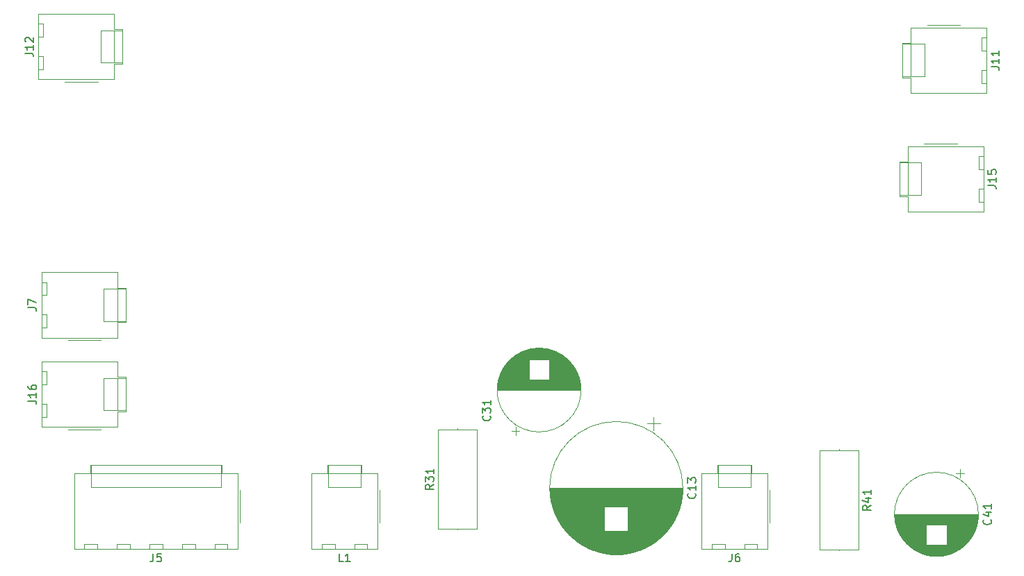
<source format=gbr>
%TF.GenerationSoftware,KiCad,Pcbnew,(5.1.6)-1*%
%TF.CreationDate,2020-10-25T20:05:07+00:00*%
%TF.ProjectId,QuadNew1 - Copy (2),51756164-4e65-4773-9120-2d20436f7079,rev?*%
%TF.SameCoordinates,Original*%
%TF.FileFunction,Legend,Top*%
%TF.FilePolarity,Positive*%
%FSLAX46Y46*%
G04 Gerber Fmt 4.6, Leading zero omitted, Abs format (unit mm)*
G04 Created by KiCad (PCBNEW (5.1.6)-1) date 2020-10-25 20:05:07*
%MOMM*%
%LPD*%
G01*
G04 APERTURE LIST*
%ADD10C,0.120000*%
%ADD11C,0.150000*%
G04 APERTURE END LIST*
D10*
%TO.C,R41*%
X208364000Y-106833000D02*
X203624000Y-106833000D01*
X203624000Y-106833000D02*
X203624000Y-118973000D01*
X203624000Y-118973000D02*
X208364000Y-118973000D01*
X208364000Y-118973000D02*
X208364000Y-106833000D01*
X205994000Y-106723000D02*
X205994000Y-106833000D01*
X205994000Y-119083000D02*
X205994000Y-118973000D01*
%TO.C,C41*%
X221180000Y-109661354D02*
X220180000Y-109661354D01*
X220680000Y-109161354D02*
X220680000Y-110161354D01*
X218404000Y-119722000D02*
X217206000Y-119722000D01*
X218667000Y-119682000D02*
X216943000Y-119682000D01*
X218867000Y-119642000D02*
X216743000Y-119642000D01*
X219035000Y-119602000D02*
X216575000Y-119602000D01*
X219183000Y-119562000D02*
X216427000Y-119562000D01*
X219315000Y-119522000D02*
X216295000Y-119522000D01*
X219435000Y-119482000D02*
X216175000Y-119482000D01*
X219547000Y-119442000D02*
X216063000Y-119442000D01*
X219651000Y-119402000D02*
X215959000Y-119402000D01*
X219749000Y-119362000D02*
X215861000Y-119362000D01*
X219842000Y-119322000D02*
X215768000Y-119322000D01*
X219930000Y-119282000D02*
X215680000Y-119282000D01*
X220014000Y-119242000D02*
X215596000Y-119242000D01*
X220094000Y-119202000D02*
X215516000Y-119202000D01*
X220170000Y-119162000D02*
X215440000Y-119162000D01*
X220244000Y-119122000D02*
X215366000Y-119122000D01*
X220315000Y-119082000D02*
X215295000Y-119082000D01*
X220384000Y-119042000D02*
X215226000Y-119042000D01*
X220450000Y-119002000D02*
X215160000Y-119002000D01*
X220514000Y-118962000D02*
X215096000Y-118962000D01*
X220575000Y-118922000D02*
X215035000Y-118922000D01*
X220635000Y-118882000D02*
X214975000Y-118882000D01*
X220694000Y-118842000D02*
X214916000Y-118842000D01*
X220750000Y-118802000D02*
X214860000Y-118802000D01*
X220805000Y-118762000D02*
X214805000Y-118762000D01*
X220859000Y-118722000D02*
X214751000Y-118722000D01*
X220911000Y-118682000D02*
X214699000Y-118682000D01*
X220961000Y-118642000D02*
X214649000Y-118642000D01*
X221011000Y-118602000D02*
X214599000Y-118602000D01*
X221059000Y-118562000D02*
X214551000Y-118562000D01*
X221106000Y-118522000D02*
X214504000Y-118522000D01*
X221152000Y-118482000D02*
X214458000Y-118482000D01*
X221197000Y-118442000D02*
X214413000Y-118442000D01*
X221241000Y-118402000D02*
X214369000Y-118402000D01*
X216564000Y-118362000D02*
X214327000Y-118362000D01*
X221283000Y-118362000D02*
X219046000Y-118362000D01*
X216564000Y-118322000D02*
X214285000Y-118322000D01*
X221325000Y-118322000D02*
X219046000Y-118322000D01*
X216564000Y-118282000D02*
X214244000Y-118282000D01*
X221366000Y-118282000D02*
X219046000Y-118282000D01*
X216564000Y-118242000D02*
X214204000Y-118242000D01*
X221406000Y-118242000D02*
X219046000Y-118242000D01*
X216564000Y-118202000D02*
X214165000Y-118202000D01*
X221445000Y-118202000D02*
X219046000Y-118202000D01*
X216564000Y-118162000D02*
X214126000Y-118162000D01*
X221484000Y-118162000D02*
X219046000Y-118162000D01*
X216564000Y-118122000D02*
X214089000Y-118122000D01*
X221521000Y-118122000D02*
X219046000Y-118122000D01*
X216564000Y-118082000D02*
X214052000Y-118082000D01*
X221558000Y-118082000D02*
X219046000Y-118082000D01*
X216564000Y-118042000D02*
X214016000Y-118042000D01*
X221594000Y-118042000D02*
X219046000Y-118042000D01*
X216564000Y-118002000D02*
X213981000Y-118002000D01*
X221629000Y-118002000D02*
X219046000Y-118002000D01*
X216564000Y-117962000D02*
X213947000Y-117962000D01*
X221663000Y-117962000D02*
X219046000Y-117962000D01*
X216564000Y-117922000D02*
X213913000Y-117922000D01*
X221697000Y-117922000D02*
X219046000Y-117922000D01*
X216564000Y-117882000D02*
X213880000Y-117882000D01*
X221730000Y-117882000D02*
X219046000Y-117882000D01*
X216564000Y-117842000D02*
X213848000Y-117842000D01*
X221762000Y-117842000D02*
X219046000Y-117842000D01*
X216564000Y-117802000D02*
X213816000Y-117802000D01*
X221794000Y-117802000D02*
X219046000Y-117802000D01*
X216564000Y-117762000D02*
X213785000Y-117762000D01*
X221825000Y-117762000D02*
X219046000Y-117762000D01*
X216564000Y-117722000D02*
X213755000Y-117722000D01*
X221855000Y-117722000D02*
X219046000Y-117722000D01*
X216564000Y-117682000D02*
X213725000Y-117682000D01*
X221885000Y-117682000D02*
X219046000Y-117682000D01*
X216564000Y-117642000D02*
X213695000Y-117642000D01*
X221915000Y-117642000D02*
X219046000Y-117642000D01*
X216564000Y-117602000D02*
X213667000Y-117602000D01*
X221943000Y-117602000D02*
X219046000Y-117602000D01*
X216564000Y-117562000D02*
X213639000Y-117562000D01*
X221971000Y-117562000D02*
X219046000Y-117562000D01*
X216564000Y-117522000D02*
X213611000Y-117522000D01*
X221999000Y-117522000D02*
X219046000Y-117522000D01*
X216564000Y-117482000D02*
X213584000Y-117482000D01*
X222026000Y-117482000D02*
X219046000Y-117482000D01*
X216564000Y-117442000D02*
X213558000Y-117442000D01*
X222052000Y-117442000D02*
X219046000Y-117442000D01*
X216564000Y-117402000D02*
X213532000Y-117402000D01*
X222078000Y-117402000D02*
X219046000Y-117402000D01*
X216564000Y-117362000D02*
X213507000Y-117362000D01*
X222103000Y-117362000D02*
X219046000Y-117362000D01*
X216564000Y-117322000D02*
X213482000Y-117322000D01*
X222128000Y-117322000D02*
X219046000Y-117322000D01*
X216564000Y-117282000D02*
X213458000Y-117282000D01*
X222152000Y-117282000D02*
X219046000Y-117282000D01*
X216564000Y-117242000D02*
X213434000Y-117242000D01*
X222176000Y-117242000D02*
X219046000Y-117242000D01*
X216564000Y-117202000D02*
X213410000Y-117202000D01*
X222200000Y-117202000D02*
X219046000Y-117202000D01*
X216564000Y-117162000D02*
X213388000Y-117162000D01*
X222222000Y-117162000D02*
X219046000Y-117162000D01*
X216564000Y-117122000D02*
X213365000Y-117122000D01*
X222245000Y-117122000D02*
X219046000Y-117122000D01*
X216564000Y-117082000D02*
X213343000Y-117082000D01*
X222267000Y-117082000D02*
X219046000Y-117082000D01*
X216564000Y-117042000D02*
X213322000Y-117042000D01*
X222288000Y-117042000D02*
X219046000Y-117042000D01*
X216564000Y-117002000D02*
X213301000Y-117002000D01*
X222309000Y-117002000D02*
X219046000Y-117002000D01*
X216564000Y-116962000D02*
X213280000Y-116962000D01*
X222330000Y-116962000D02*
X219046000Y-116962000D01*
X216564000Y-116922000D02*
X213260000Y-116922000D01*
X222350000Y-116922000D02*
X219046000Y-116922000D01*
X216564000Y-116882000D02*
X213241000Y-116882000D01*
X222369000Y-116882000D02*
X219046000Y-116882000D01*
X216564000Y-116842000D02*
X213221000Y-116842000D01*
X222389000Y-116842000D02*
X219046000Y-116842000D01*
X216564000Y-116802000D02*
X213202000Y-116802000D01*
X222408000Y-116802000D02*
X219046000Y-116802000D01*
X216564000Y-116762000D02*
X213184000Y-116762000D01*
X222426000Y-116762000D02*
X219046000Y-116762000D01*
X216564000Y-116722000D02*
X213166000Y-116722000D01*
X222444000Y-116722000D02*
X219046000Y-116722000D01*
X216564000Y-116682000D02*
X213148000Y-116682000D01*
X222462000Y-116682000D02*
X219046000Y-116682000D01*
X216564000Y-116642000D02*
X213131000Y-116642000D01*
X222479000Y-116642000D02*
X219046000Y-116642000D01*
X216564000Y-116602000D02*
X213115000Y-116602000D01*
X222495000Y-116602000D02*
X219046000Y-116602000D01*
X216564000Y-116562000D02*
X213098000Y-116562000D01*
X222512000Y-116562000D02*
X219046000Y-116562000D01*
X216564000Y-116522000D02*
X213082000Y-116522000D01*
X222528000Y-116522000D02*
X219046000Y-116522000D01*
X216564000Y-116482000D02*
X213067000Y-116482000D01*
X222543000Y-116482000D02*
X219046000Y-116482000D01*
X216564000Y-116442000D02*
X213051000Y-116442000D01*
X222559000Y-116442000D02*
X219046000Y-116442000D01*
X216564000Y-116402000D02*
X213037000Y-116402000D01*
X222573000Y-116402000D02*
X219046000Y-116402000D01*
X216564000Y-116362000D02*
X213022000Y-116362000D01*
X222588000Y-116362000D02*
X219046000Y-116362000D01*
X216564000Y-116322000D02*
X213008000Y-116322000D01*
X222602000Y-116322000D02*
X219046000Y-116322000D01*
X216564000Y-116282000D02*
X212994000Y-116282000D01*
X222616000Y-116282000D02*
X219046000Y-116282000D01*
X216564000Y-116242000D02*
X212981000Y-116242000D01*
X222629000Y-116242000D02*
X219046000Y-116242000D01*
X216564000Y-116202000D02*
X212968000Y-116202000D01*
X222642000Y-116202000D02*
X219046000Y-116202000D01*
X216564000Y-116162000D02*
X212955000Y-116162000D01*
X222655000Y-116162000D02*
X219046000Y-116162000D01*
X216564000Y-116122000D02*
X212943000Y-116122000D01*
X222667000Y-116122000D02*
X219046000Y-116122000D01*
X216564000Y-116082000D02*
X212931000Y-116082000D01*
X222679000Y-116082000D02*
X219046000Y-116082000D01*
X216564000Y-116042000D02*
X212920000Y-116042000D01*
X222690000Y-116042000D02*
X219046000Y-116042000D01*
X216564000Y-116002000D02*
X212908000Y-116002000D01*
X222702000Y-116002000D02*
X219046000Y-116002000D01*
X216564000Y-115962000D02*
X212898000Y-115962000D01*
X222712000Y-115962000D02*
X219046000Y-115962000D01*
X216564000Y-115922000D02*
X212887000Y-115922000D01*
X222723000Y-115922000D02*
X219046000Y-115922000D01*
X222733000Y-115882000D02*
X212877000Y-115882000D01*
X222743000Y-115842000D02*
X212867000Y-115842000D01*
X222752000Y-115802000D02*
X212858000Y-115802000D01*
X222761000Y-115762000D02*
X212849000Y-115762000D01*
X222770000Y-115722000D02*
X212840000Y-115722000D01*
X222779000Y-115682000D02*
X212831000Y-115682000D01*
X222787000Y-115642000D02*
X212823000Y-115642000D01*
X222795000Y-115602000D02*
X212815000Y-115602000D01*
X222802000Y-115562000D02*
X212808000Y-115562000D01*
X222809000Y-115522000D02*
X212801000Y-115522000D01*
X222816000Y-115482000D02*
X212794000Y-115482000D01*
X222823000Y-115442000D02*
X212787000Y-115442000D01*
X222829000Y-115402000D02*
X212781000Y-115402000D01*
X222835000Y-115362000D02*
X212775000Y-115362000D01*
X222840000Y-115321000D02*
X212770000Y-115321000D01*
X222845000Y-115281000D02*
X212765000Y-115281000D01*
X222850000Y-115241000D02*
X212760000Y-115241000D01*
X222855000Y-115201000D02*
X212755000Y-115201000D01*
X222859000Y-115161000D02*
X212751000Y-115161000D01*
X222863000Y-115121000D02*
X212747000Y-115121000D01*
X222867000Y-115081000D02*
X212743000Y-115081000D01*
X222870000Y-115041000D02*
X212740000Y-115041000D01*
X222873000Y-115001000D02*
X212737000Y-115001000D01*
X222875000Y-114961000D02*
X212735000Y-114961000D01*
X222878000Y-114921000D02*
X212732000Y-114921000D01*
X222880000Y-114881000D02*
X212730000Y-114881000D01*
X222882000Y-114841000D02*
X212728000Y-114841000D01*
X222883000Y-114801000D02*
X212727000Y-114801000D01*
X222884000Y-114761000D02*
X212726000Y-114761000D01*
X222885000Y-114721000D02*
X212725000Y-114721000D01*
X222885000Y-114681000D02*
X212725000Y-114681000D01*
X222885000Y-114641000D02*
X212725000Y-114641000D01*
X222925000Y-114641000D02*
G75*
G03*
X222925000Y-114641000I-5120000J0D01*
G01*
%TO.C,C31*%
X174538000Y-99481000D02*
G75*
G03*
X174538000Y-99481000I-5120000J0D01*
G01*
X164338000Y-99481000D02*
X174498000Y-99481000D01*
X164338000Y-99441000D02*
X174498000Y-99441000D01*
X164338000Y-99401000D02*
X174498000Y-99401000D01*
X164339000Y-99361000D02*
X174497000Y-99361000D01*
X164340000Y-99321000D02*
X174496000Y-99321000D01*
X164341000Y-99281000D02*
X174495000Y-99281000D01*
X164343000Y-99241000D02*
X174493000Y-99241000D01*
X164345000Y-99201000D02*
X174491000Y-99201000D01*
X164348000Y-99161000D02*
X174488000Y-99161000D01*
X164350000Y-99121000D02*
X174486000Y-99121000D01*
X164353000Y-99081000D02*
X174483000Y-99081000D01*
X164356000Y-99041000D02*
X174480000Y-99041000D01*
X164360000Y-99001000D02*
X174476000Y-99001000D01*
X164364000Y-98961000D02*
X174472000Y-98961000D01*
X164368000Y-98921000D02*
X174468000Y-98921000D01*
X164373000Y-98881000D02*
X174463000Y-98881000D01*
X164378000Y-98841000D02*
X174458000Y-98841000D01*
X164383000Y-98801000D02*
X174453000Y-98801000D01*
X164388000Y-98760000D02*
X174448000Y-98760000D01*
X164394000Y-98720000D02*
X174442000Y-98720000D01*
X164400000Y-98680000D02*
X174436000Y-98680000D01*
X164407000Y-98640000D02*
X174429000Y-98640000D01*
X164414000Y-98600000D02*
X174422000Y-98600000D01*
X164421000Y-98560000D02*
X174415000Y-98560000D01*
X164428000Y-98520000D02*
X174408000Y-98520000D01*
X164436000Y-98480000D02*
X174400000Y-98480000D01*
X164444000Y-98440000D02*
X174392000Y-98440000D01*
X164453000Y-98400000D02*
X174383000Y-98400000D01*
X164462000Y-98360000D02*
X174374000Y-98360000D01*
X164471000Y-98320000D02*
X174365000Y-98320000D01*
X164480000Y-98280000D02*
X174356000Y-98280000D01*
X164490000Y-98240000D02*
X174346000Y-98240000D01*
X164500000Y-98200000D02*
X168177000Y-98200000D01*
X170659000Y-98200000D02*
X174336000Y-98200000D01*
X164511000Y-98160000D02*
X168177000Y-98160000D01*
X170659000Y-98160000D02*
X174325000Y-98160000D01*
X164521000Y-98120000D02*
X168177000Y-98120000D01*
X170659000Y-98120000D02*
X174315000Y-98120000D01*
X164533000Y-98080000D02*
X168177000Y-98080000D01*
X170659000Y-98080000D02*
X174303000Y-98080000D01*
X164544000Y-98040000D02*
X168177000Y-98040000D01*
X170659000Y-98040000D02*
X174292000Y-98040000D01*
X164556000Y-98000000D02*
X168177000Y-98000000D01*
X170659000Y-98000000D02*
X174280000Y-98000000D01*
X164568000Y-97960000D02*
X168177000Y-97960000D01*
X170659000Y-97960000D02*
X174268000Y-97960000D01*
X164581000Y-97920000D02*
X168177000Y-97920000D01*
X170659000Y-97920000D02*
X174255000Y-97920000D01*
X164594000Y-97880000D02*
X168177000Y-97880000D01*
X170659000Y-97880000D02*
X174242000Y-97880000D01*
X164607000Y-97840000D02*
X168177000Y-97840000D01*
X170659000Y-97840000D02*
X174229000Y-97840000D01*
X164621000Y-97800000D02*
X168177000Y-97800000D01*
X170659000Y-97800000D02*
X174215000Y-97800000D01*
X164635000Y-97760000D02*
X168177000Y-97760000D01*
X170659000Y-97760000D02*
X174201000Y-97760000D01*
X164650000Y-97720000D02*
X168177000Y-97720000D01*
X170659000Y-97720000D02*
X174186000Y-97720000D01*
X164664000Y-97680000D02*
X168177000Y-97680000D01*
X170659000Y-97680000D02*
X174172000Y-97680000D01*
X164680000Y-97640000D02*
X168177000Y-97640000D01*
X170659000Y-97640000D02*
X174156000Y-97640000D01*
X164695000Y-97600000D02*
X168177000Y-97600000D01*
X170659000Y-97600000D02*
X174141000Y-97600000D01*
X164711000Y-97560000D02*
X168177000Y-97560000D01*
X170659000Y-97560000D02*
X174125000Y-97560000D01*
X164728000Y-97520000D02*
X168177000Y-97520000D01*
X170659000Y-97520000D02*
X174108000Y-97520000D01*
X164744000Y-97480000D02*
X168177000Y-97480000D01*
X170659000Y-97480000D02*
X174092000Y-97480000D01*
X164761000Y-97440000D02*
X168177000Y-97440000D01*
X170659000Y-97440000D02*
X174075000Y-97440000D01*
X164779000Y-97400000D02*
X168177000Y-97400000D01*
X170659000Y-97400000D02*
X174057000Y-97400000D01*
X164797000Y-97360000D02*
X168177000Y-97360000D01*
X170659000Y-97360000D02*
X174039000Y-97360000D01*
X164815000Y-97320000D02*
X168177000Y-97320000D01*
X170659000Y-97320000D02*
X174021000Y-97320000D01*
X164834000Y-97280000D02*
X168177000Y-97280000D01*
X170659000Y-97280000D02*
X174002000Y-97280000D01*
X164854000Y-97240000D02*
X168177000Y-97240000D01*
X170659000Y-97240000D02*
X173982000Y-97240000D01*
X164873000Y-97200000D02*
X168177000Y-97200000D01*
X170659000Y-97200000D02*
X173963000Y-97200000D01*
X164893000Y-97160000D02*
X168177000Y-97160000D01*
X170659000Y-97160000D02*
X173943000Y-97160000D01*
X164914000Y-97120000D02*
X168177000Y-97120000D01*
X170659000Y-97120000D02*
X173922000Y-97120000D01*
X164935000Y-97080000D02*
X168177000Y-97080000D01*
X170659000Y-97080000D02*
X173901000Y-97080000D01*
X164956000Y-97040000D02*
X168177000Y-97040000D01*
X170659000Y-97040000D02*
X173880000Y-97040000D01*
X164978000Y-97000000D02*
X168177000Y-97000000D01*
X170659000Y-97000000D02*
X173858000Y-97000000D01*
X165001000Y-96960000D02*
X168177000Y-96960000D01*
X170659000Y-96960000D02*
X173835000Y-96960000D01*
X165023000Y-96920000D02*
X168177000Y-96920000D01*
X170659000Y-96920000D02*
X173813000Y-96920000D01*
X165047000Y-96880000D02*
X168177000Y-96880000D01*
X170659000Y-96880000D02*
X173789000Y-96880000D01*
X165071000Y-96840000D02*
X168177000Y-96840000D01*
X170659000Y-96840000D02*
X173765000Y-96840000D01*
X165095000Y-96800000D02*
X168177000Y-96800000D01*
X170659000Y-96800000D02*
X173741000Y-96800000D01*
X165120000Y-96760000D02*
X168177000Y-96760000D01*
X170659000Y-96760000D02*
X173716000Y-96760000D01*
X165145000Y-96720000D02*
X168177000Y-96720000D01*
X170659000Y-96720000D02*
X173691000Y-96720000D01*
X165171000Y-96680000D02*
X168177000Y-96680000D01*
X170659000Y-96680000D02*
X173665000Y-96680000D01*
X165197000Y-96640000D02*
X168177000Y-96640000D01*
X170659000Y-96640000D02*
X173639000Y-96640000D01*
X165224000Y-96600000D02*
X168177000Y-96600000D01*
X170659000Y-96600000D02*
X173612000Y-96600000D01*
X165252000Y-96560000D02*
X168177000Y-96560000D01*
X170659000Y-96560000D02*
X173584000Y-96560000D01*
X165280000Y-96520000D02*
X168177000Y-96520000D01*
X170659000Y-96520000D02*
X173556000Y-96520000D01*
X165308000Y-96480000D02*
X168177000Y-96480000D01*
X170659000Y-96480000D02*
X173528000Y-96480000D01*
X165338000Y-96440000D02*
X168177000Y-96440000D01*
X170659000Y-96440000D02*
X173498000Y-96440000D01*
X165368000Y-96400000D02*
X168177000Y-96400000D01*
X170659000Y-96400000D02*
X173468000Y-96400000D01*
X165398000Y-96360000D02*
X168177000Y-96360000D01*
X170659000Y-96360000D02*
X173438000Y-96360000D01*
X165429000Y-96320000D02*
X168177000Y-96320000D01*
X170659000Y-96320000D02*
X173407000Y-96320000D01*
X165461000Y-96280000D02*
X168177000Y-96280000D01*
X170659000Y-96280000D02*
X173375000Y-96280000D01*
X165493000Y-96240000D02*
X168177000Y-96240000D01*
X170659000Y-96240000D02*
X173343000Y-96240000D01*
X165526000Y-96200000D02*
X168177000Y-96200000D01*
X170659000Y-96200000D02*
X173310000Y-96200000D01*
X165560000Y-96160000D02*
X168177000Y-96160000D01*
X170659000Y-96160000D02*
X173276000Y-96160000D01*
X165594000Y-96120000D02*
X168177000Y-96120000D01*
X170659000Y-96120000D02*
X173242000Y-96120000D01*
X165629000Y-96080000D02*
X168177000Y-96080000D01*
X170659000Y-96080000D02*
X173207000Y-96080000D01*
X165665000Y-96040000D02*
X168177000Y-96040000D01*
X170659000Y-96040000D02*
X173171000Y-96040000D01*
X165702000Y-96000000D02*
X168177000Y-96000000D01*
X170659000Y-96000000D02*
X173134000Y-96000000D01*
X165739000Y-95960000D02*
X168177000Y-95960000D01*
X170659000Y-95960000D02*
X173097000Y-95960000D01*
X165778000Y-95920000D02*
X168177000Y-95920000D01*
X170659000Y-95920000D02*
X173058000Y-95920000D01*
X165817000Y-95880000D02*
X168177000Y-95880000D01*
X170659000Y-95880000D02*
X173019000Y-95880000D01*
X165857000Y-95840000D02*
X168177000Y-95840000D01*
X170659000Y-95840000D02*
X172979000Y-95840000D01*
X165898000Y-95800000D02*
X168177000Y-95800000D01*
X170659000Y-95800000D02*
X172938000Y-95800000D01*
X165940000Y-95760000D02*
X168177000Y-95760000D01*
X170659000Y-95760000D02*
X172896000Y-95760000D01*
X165982000Y-95720000D02*
X172854000Y-95720000D01*
X166026000Y-95680000D02*
X172810000Y-95680000D01*
X166071000Y-95640000D02*
X172765000Y-95640000D01*
X166117000Y-95600000D02*
X172719000Y-95600000D01*
X166164000Y-95560000D02*
X172672000Y-95560000D01*
X166212000Y-95520000D02*
X172624000Y-95520000D01*
X166262000Y-95480000D02*
X172574000Y-95480000D01*
X166312000Y-95440000D02*
X172524000Y-95440000D01*
X166364000Y-95400000D02*
X172472000Y-95400000D01*
X166418000Y-95360000D02*
X172418000Y-95360000D01*
X166473000Y-95320000D02*
X172363000Y-95320000D01*
X166529000Y-95280000D02*
X172307000Y-95280000D01*
X166588000Y-95240000D02*
X172248000Y-95240000D01*
X166648000Y-95200000D02*
X172188000Y-95200000D01*
X166709000Y-95160000D02*
X172127000Y-95160000D01*
X166773000Y-95120000D02*
X172063000Y-95120000D01*
X166839000Y-95080000D02*
X171997000Y-95080000D01*
X166908000Y-95040000D02*
X171928000Y-95040000D01*
X166979000Y-95000000D02*
X171857000Y-95000000D01*
X167053000Y-94960000D02*
X171783000Y-94960000D01*
X167129000Y-94920000D02*
X171707000Y-94920000D01*
X167209000Y-94880000D02*
X171627000Y-94880000D01*
X167293000Y-94840000D02*
X171543000Y-94840000D01*
X167381000Y-94800000D02*
X171455000Y-94800000D01*
X167474000Y-94760000D02*
X171362000Y-94760000D01*
X167572000Y-94720000D02*
X171264000Y-94720000D01*
X167676000Y-94680000D02*
X171160000Y-94680000D01*
X167788000Y-94640000D02*
X171048000Y-94640000D01*
X167908000Y-94600000D02*
X170928000Y-94600000D01*
X168040000Y-94560000D02*
X170796000Y-94560000D01*
X168188000Y-94520000D02*
X170648000Y-94520000D01*
X168356000Y-94480000D02*
X170480000Y-94480000D01*
X168556000Y-94440000D02*
X170280000Y-94440000D01*
X168819000Y-94400000D02*
X170017000Y-94400000D01*
X166543000Y-104960646D02*
X166543000Y-103960646D01*
X166043000Y-104460646D02*
X167043000Y-104460646D01*
%TO.C,R31*%
X157142000Y-116433000D02*
X161882000Y-116433000D01*
X161882000Y-116433000D02*
X161882000Y-104293000D01*
X161882000Y-104293000D02*
X157142000Y-104293000D01*
X157142000Y-104293000D02*
X157142000Y-116433000D01*
X159512000Y-116543000D02*
X159512000Y-116433000D01*
X159512000Y-104183000D02*
X159512000Y-104293000D01*
%TO.C,J7*%
X108826000Y-93102000D02*
X108826000Y-85102000D01*
X108826000Y-85102000D02*
X118051000Y-85102000D01*
X118051000Y-85102000D02*
X118051000Y-87007000D01*
X118051000Y-87007000D02*
X119056000Y-87007000D01*
X119056000Y-87007000D02*
X119056000Y-91197000D01*
X119056000Y-91197000D02*
X118051000Y-91197000D01*
X118051000Y-91197000D02*
X118051000Y-93102000D01*
X118051000Y-93102000D02*
X108826000Y-93102000D01*
X112046000Y-93392000D02*
X116046000Y-93392000D01*
X119056000Y-91082000D02*
X118056000Y-91082000D01*
X118056000Y-91082000D02*
X118056000Y-87122000D01*
X118056000Y-87122000D02*
X119056000Y-87122000D01*
X118056000Y-91082000D02*
X116386000Y-91082000D01*
X116386000Y-91082000D02*
X116386000Y-87122000D01*
X116386000Y-87122000D02*
X118056000Y-87122000D01*
X108826000Y-91882000D02*
X109426000Y-91882000D01*
X109426000Y-91882000D02*
X109426000Y-90282000D01*
X109426000Y-90282000D02*
X108826000Y-90282000D01*
X108826000Y-87922000D02*
X109426000Y-87922000D01*
X109426000Y-87922000D02*
X109426000Y-86322000D01*
X109426000Y-86322000D02*
X108826000Y-86322000D01*
%TO.C,C13*%
X184171000Y-103556509D02*
X182571000Y-103556509D01*
X183371000Y-102756509D02*
X183371000Y-104356509D01*
X179581000Y-119527000D02*
X178051000Y-119527000D01*
X179914000Y-119487000D02*
X177718000Y-119487000D01*
X180167000Y-119447000D02*
X177465000Y-119447000D01*
X180380000Y-119407000D02*
X177252000Y-119407000D01*
X180568000Y-119367000D02*
X177064000Y-119367000D01*
X180736000Y-119327000D02*
X176896000Y-119327000D01*
X180890000Y-119287000D02*
X176742000Y-119287000D01*
X181034000Y-119247000D02*
X176598000Y-119247000D01*
X181167000Y-119207000D02*
X176465000Y-119207000D01*
X181294000Y-119167000D02*
X176338000Y-119167000D01*
X181413000Y-119127000D02*
X176219000Y-119127000D01*
X181527000Y-119087000D02*
X176105000Y-119087000D01*
X181636000Y-119047000D02*
X175996000Y-119047000D01*
X181740000Y-119007000D02*
X175892000Y-119007000D01*
X181840000Y-118967000D02*
X175792000Y-118967000D01*
X181936000Y-118927000D02*
X175696000Y-118927000D01*
X182029000Y-118887000D02*
X175603000Y-118887000D01*
X182119000Y-118847000D02*
X175513000Y-118847000D01*
X182206000Y-118807000D02*
X175426000Y-118807000D01*
X182291000Y-118767000D02*
X175341000Y-118767000D01*
X182373000Y-118727000D02*
X175259000Y-118727000D01*
X182453000Y-118687000D02*
X175179000Y-118687000D01*
X182531000Y-118647000D02*
X175101000Y-118647000D01*
X182606000Y-118607000D02*
X175026000Y-118607000D01*
X182680000Y-118567000D02*
X174952000Y-118567000D01*
X182752000Y-118527000D02*
X174880000Y-118527000D01*
X182823000Y-118487000D02*
X174809000Y-118487000D01*
X182892000Y-118447000D02*
X174740000Y-118447000D01*
X182959000Y-118407000D02*
X174673000Y-118407000D01*
X183025000Y-118367000D02*
X174607000Y-118367000D01*
X183089000Y-118327000D02*
X174543000Y-118327000D01*
X183152000Y-118287000D02*
X174480000Y-118287000D01*
X183214000Y-118247000D02*
X174418000Y-118247000D01*
X183275000Y-118207000D02*
X174357000Y-118207000D01*
X183335000Y-118167000D02*
X174297000Y-118167000D01*
X183393000Y-118127000D02*
X174239000Y-118127000D01*
X183450000Y-118087000D02*
X174182000Y-118087000D01*
X183507000Y-118047000D02*
X174125000Y-118047000D01*
X183562000Y-118007000D02*
X174070000Y-118007000D01*
X183616000Y-117967000D02*
X174016000Y-117967000D01*
X183670000Y-117927000D02*
X173962000Y-117927000D01*
X183722000Y-117887000D02*
X173910000Y-117887000D01*
X183774000Y-117847000D02*
X173858000Y-117847000D01*
X183825000Y-117807000D02*
X173807000Y-117807000D01*
X183875000Y-117767000D02*
X173757000Y-117767000D01*
X183924000Y-117727000D02*
X173708000Y-117727000D01*
X183972000Y-117687000D02*
X173660000Y-117687000D01*
X184020000Y-117647000D02*
X173612000Y-117647000D01*
X184067000Y-117607000D02*
X173565000Y-117607000D01*
X184113000Y-117567000D02*
X173519000Y-117567000D01*
X184159000Y-117527000D02*
X173473000Y-117527000D01*
X184204000Y-117487000D02*
X173428000Y-117487000D01*
X184248000Y-117447000D02*
X173384000Y-117447000D01*
X184291000Y-117407000D02*
X173341000Y-117407000D01*
X184334000Y-117367000D02*
X173298000Y-117367000D01*
X184376000Y-117327000D02*
X173256000Y-117327000D01*
X184418000Y-117287000D02*
X173214000Y-117287000D01*
X184459000Y-117247000D02*
X173173000Y-117247000D01*
X184500000Y-117207000D02*
X173132000Y-117207000D01*
X184540000Y-117167000D02*
X173092000Y-117167000D01*
X184579000Y-117127000D02*
X173053000Y-117127000D01*
X184618000Y-117087000D02*
X173014000Y-117087000D01*
X184656000Y-117047000D02*
X172976000Y-117047000D01*
X184694000Y-117007000D02*
X172938000Y-117007000D01*
X184732000Y-116967000D02*
X172900000Y-116967000D01*
X184768000Y-116927000D02*
X172864000Y-116927000D01*
X184805000Y-116887000D02*
X172827000Y-116887000D01*
X184841000Y-116847000D02*
X172791000Y-116847000D01*
X184876000Y-116807000D02*
X172756000Y-116807000D01*
X184911000Y-116767000D02*
X172721000Y-116767000D01*
X184945000Y-116727000D02*
X172687000Y-116727000D01*
X184979000Y-116687000D02*
X172653000Y-116687000D01*
X185013000Y-116647000D02*
X172619000Y-116647000D01*
X177376000Y-116607000D02*
X172586000Y-116607000D01*
X185046000Y-116607000D02*
X180256000Y-116607000D01*
X177376000Y-116567000D02*
X172553000Y-116567000D01*
X185079000Y-116567000D02*
X180256000Y-116567000D01*
X177376000Y-116527000D02*
X172521000Y-116527000D01*
X185111000Y-116527000D02*
X180256000Y-116527000D01*
X177376000Y-116487000D02*
X172489000Y-116487000D01*
X185143000Y-116487000D02*
X180256000Y-116487000D01*
X177376000Y-116447000D02*
X172458000Y-116447000D01*
X185174000Y-116447000D02*
X180256000Y-116447000D01*
X177376000Y-116407000D02*
X172426000Y-116407000D01*
X185206000Y-116407000D02*
X180256000Y-116407000D01*
X177376000Y-116367000D02*
X172396000Y-116367000D01*
X185236000Y-116367000D02*
X180256000Y-116367000D01*
X177376000Y-116327000D02*
X172366000Y-116327000D01*
X185266000Y-116327000D02*
X180256000Y-116327000D01*
X177376000Y-116287000D02*
X172336000Y-116287000D01*
X185296000Y-116287000D02*
X180256000Y-116287000D01*
X177376000Y-116247000D02*
X172306000Y-116247000D01*
X185326000Y-116247000D02*
X180256000Y-116247000D01*
X177376000Y-116207000D02*
X172277000Y-116207000D01*
X185355000Y-116207000D02*
X180256000Y-116207000D01*
X177376000Y-116167000D02*
X172248000Y-116167000D01*
X185384000Y-116167000D02*
X180256000Y-116167000D01*
X177376000Y-116127000D02*
X172220000Y-116127000D01*
X185412000Y-116127000D02*
X180256000Y-116127000D01*
X177376000Y-116087000D02*
X172192000Y-116087000D01*
X185440000Y-116087000D02*
X180256000Y-116087000D01*
X177376000Y-116047000D02*
X172164000Y-116047000D01*
X185468000Y-116047000D02*
X180256000Y-116047000D01*
X177376000Y-116007000D02*
X172137000Y-116007000D01*
X185495000Y-116007000D02*
X180256000Y-116007000D01*
X177376000Y-115967000D02*
X172110000Y-115967000D01*
X185522000Y-115967000D02*
X180256000Y-115967000D01*
X177376000Y-115927000D02*
X172083000Y-115927000D01*
X185549000Y-115927000D02*
X180256000Y-115927000D01*
X177376000Y-115887000D02*
X172057000Y-115887000D01*
X185575000Y-115887000D02*
X180256000Y-115887000D01*
X177376000Y-115847000D02*
X172031000Y-115847000D01*
X185601000Y-115847000D02*
X180256000Y-115847000D01*
X177376000Y-115807000D02*
X172005000Y-115807000D01*
X185627000Y-115807000D02*
X180256000Y-115807000D01*
X177376000Y-115767000D02*
X171980000Y-115767000D01*
X185652000Y-115767000D02*
X180256000Y-115767000D01*
X177376000Y-115727000D02*
X171955000Y-115727000D01*
X185677000Y-115727000D02*
X180256000Y-115727000D01*
X177376000Y-115687000D02*
X171930000Y-115687000D01*
X185702000Y-115687000D02*
X180256000Y-115687000D01*
X177376000Y-115647000D02*
X171906000Y-115647000D01*
X185726000Y-115647000D02*
X180256000Y-115647000D01*
X177376000Y-115607000D02*
X171882000Y-115607000D01*
X185750000Y-115607000D02*
X180256000Y-115607000D01*
X177376000Y-115567000D02*
X171858000Y-115567000D01*
X185774000Y-115567000D02*
X180256000Y-115567000D01*
X177376000Y-115527000D02*
X171835000Y-115527000D01*
X185797000Y-115527000D02*
X180256000Y-115527000D01*
X177376000Y-115487000D02*
X171812000Y-115487000D01*
X185820000Y-115487000D02*
X180256000Y-115487000D01*
X177376000Y-115447000D02*
X171789000Y-115447000D01*
X185843000Y-115447000D02*
X180256000Y-115447000D01*
X177376000Y-115407000D02*
X171767000Y-115407000D01*
X185865000Y-115407000D02*
X180256000Y-115407000D01*
X177376000Y-115367000D02*
X171744000Y-115367000D01*
X185888000Y-115367000D02*
X180256000Y-115367000D01*
X177376000Y-115327000D02*
X171722000Y-115327000D01*
X185910000Y-115327000D02*
X180256000Y-115327000D01*
X177376000Y-115287000D02*
X171701000Y-115287000D01*
X185931000Y-115287000D02*
X180256000Y-115287000D01*
X177376000Y-115247000D02*
X171680000Y-115247000D01*
X185952000Y-115247000D02*
X180256000Y-115247000D01*
X177376000Y-115207000D02*
X171659000Y-115207000D01*
X185973000Y-115207000D02*
X180256000Y-115207000D01*
X177376000Y-115167000D02*
X171638000Y-115167000D01*
X185994000Y-115167000D02*
X180256000Y-115167000D01*
X177376000Y-115127000D02*
X171617000Y-115127000D01*
X186015000Y-115127000D02*
X180256000Y-115127000D01*
X177376000Y-115087000D02*
X171597000Y-115087000D01*
X186035000Y-115087000D02*
X180256000Y-115087000D01*
X177376000Y-115047000D02*
X171577000Y-115047000D01*
X186055000Y-115047000D02*
X180256000Y-115047000D01*
X177376000Y-115007000D02*
X171558000Y-115007000D01*
X186074000Y-115007000D02*
X180256000Y-115007000D01*
X177376000Y-114967000D02*
X171538000Y-114967000D01*
X186094000Y-114967000D02*
X180256000Y-114967000D01*
X177376000Y-114927000D02*
X171519000Y-114927000D01*
X186113000Y-114927000D02*
X180256000Y-114927000D01*
X177376000Y-114887000D02*
X171500000Y-114887000D01*
X186132000Y-114887000D02*
X180256000Y-114887000D01*
X177376000Y-114847000D02*
X171482000Y-114847000D01*
X186150000Y-114847000D02*
X180256000Y-114847000D01*
X177376000Y-114807000D02*
X171463000Y-114807000D01*
X186169000Y-114807000D02*
X180256000Y-114807000D01*
X177376000Y-114767000D02*
X171445000Y-114767000D01*
X186187000Y-114767000D02*
X180256000Y-114767000D01*
X177376000Y-114727000D02*
X171427000Y-114727000D01*
X186205000Y-114727000D02*
X180256000Y-114727000D01*
X177376000Y-114687000D02*
X171410000Y-114687000D01*
X186222000Y-114687000D02*
X180256000Y-114687000D01*
X177376000Y-114647000D02*
X171393000Y-114647000D01*
X186239000Y-114647000D02*
X180256000Y-114647000D01*
X177376000Y-114607000D02*
X171376000Y-114607000D01*
X186256000Y-114607000D02*
X180256000Y-114607000D01*
X177376000Y-114567000D02*
X171359000Y-114567000D01*
X186273000Y-114567000D02*
X180256000Y-114567000D01*
X177376000Y-114527000D02*
X171342000Y-114527000D01*
X186290000Y-114527000D02*
X180256000Y-114527000D01*
X177376000Y-114487000D02*
X171326000Y-114487000D01*
X186306000Y-114487000D02*
X180256000Y-114487000D01*
X177376000Y-114447000D02*
X171310000Y-114447000D01*
X186322000Y-114447000D02*
X180256000Y-114447000D01*
X177376000Y-114407000D02*
X171294000Y-114407000D01*
X186338000Y-114407000D02*
X180256000Y-114407000D01*
X177376000Y-114367000D02*
X171279000Y-114367000D01*
X186353000Y-114367000D02*
X180256000Y-114367000D01*
X177376000Y-114327000D02*
X171263000Y-114327000D01*
X186369000Y-114327000D02*
X180256000Y-114327000D01*
X177376000Y-114287000D02*
X171248000Y-114287000D01*
X186384000Y-114287000D02*
X180256000Y-114287000D01*
X177376000Y-114247000D02*
X171234000Y-114247000D01*
X186398000Y-114247000D02*
X180256000Y-114247000D01*
X177376000Y-114207000D02*
X171219000Y-114207000D01*
X186413000Y-114207000D02*
X180256000Y-114207000D01*
X177376000Y-114167000D02*
X171205000Y-114167000D01*
X186427000Y-114167000D02*
X180256000Y-114167000D01*
X177376000Y-114127000D02*
X171191000Y-114127000D01*
X186441000Y-114127000D02*
X180256000Y-114127000D01*
X177376000Y-114087000D02*
X171177000Y-114087000D01*
X186455000Y-114087000D02*
X180256000Y-114087000D01*
X177376000Y-114047000D02*
X171163000Y-114047000D01*
X186469000Y-114047000D02*
X180256000Y-114047000D01*
X177376000Y-114007000D02*
X171150000Y-114007000D01*
X186482000Y-114007000D02*
X180256000Y-114007000D01*
X177376000Y-113967000D02*
X171136000Y-113967000D01*
X186496000Y-113967000D02*
X180256000Y-113967000D01*
X177376000Y-113927000D02*
X171123000Y-113927000D01*
X186509000Y-113927000D02*
X180256000Y-113927000D01*
X177376000Y-113887000D02*
X171111000Y-113887000D01*
X186521000Y-113887000D02*
X180256000Y-113887000D01*
X177376000Y-113847000D02*
X171098000Y-113847000D01*
X186534000Y-113847000D02*
X180256000Y-113847000D01*
X177376000Y-113807000D02*
X171086000Y-113807000D01*
X186546000Y-113807000D02*
X180256000Y-113807000D01*
X177376000Y-113767000D02*
X171074000Y-113767000D01*
X186558000Y-113767000D02*
X180256000Y-113767000D01*
X186570000Y-113727000D02*
X171062000Y-113727000D01*
X186581000Y-113687000D02*
X171051000Y-113687000D01*
X186593000Y-113647000D02*
X171039000Y-113647000D01*
X186604000Y-113607000D02*
X171028000Y-113607000D01*
X186615000Y-113567000D02*
X171017000Y-113567000D01*
X186626000Y-113527000D02*
X171006000Y-113527000D01*
X186636000Y-113487000D02*
X170996000Y-113487000D01*
X186646000Y-113447000D02*
X170986000Y-113447000D01*
X186656000Y-113407000D02*
X170976000Y-113407000D01*
X186666000Y-113367000D02*
X170966000Y-113367000D01*
X186676000Y-113327000D02*
X170956000Y-113327000D01*
X186685000Y-113287000D02*
X170947000Y-113287000D01*
X186694000Y-113247000D02*
X170938000Y-113247000D01*
X186703000Y-113207000D02*
X170929000Y-113207000D01*
X186712000Y-113167000D02*
X170920000Y-113167000D01*
X186721000Y-113127000D02*
X170911000Y-113127000D01*
X186729000Y-113087000D02*
X170903000Y-113087000D01*
X186737000Y-113047000D02*
X170895000Y-113047000D01*
X186745000Y-113007000D02*
X170887000Y-113007000D01*
X186753000Y-112967000D02*
X170879000Y-112967000D01*
X186760000Y-112927000D02*
X170872000Y-112927000D01*
X186768000Y-112887000D02*
X170864000Y-112887000D01*
X186775000Y-112847000D02*
X170857000Y-112847000D01*
X186782000Y-112807000D02*
X170850000Y-112807000D01*
X186788000Y-112767000D02*
X170844000Y-112767000D01*
X186795000Y-112727000D02*
X170837000Y-112727000D01*
X186801000Y-112687000D02*
X170831000Y-112687000D01*
X186807000Y-112647000D02*
X170825000Y-112647000D01*
X186813000Y-112607000D02*
X170819000Y-112607000D01*
X186819000Y-112567000D02*
X170813000Y-112567000D01*
X186824000Y-112527000D02*
X170808000Y-112527000D01*
X186830000Y-112487000D02*
X170802000Y-112487000D01*
X186835000Y-112447000D02*
X170797000Y-112447000D01*
X186840000Y-112407000D02*
X170792000Y-112407000D01*
X186844000Y-112367000D02*
X170788000Y-112367000D01*
X186849000Y-112327000D02*
X170783000Y-112327000D01*
X186853000Y-112287000D02*
X170779000Y-112287000D01*
X186857000Y-112247000D02*
X170775000Y-112247000D01*
X186861000Y-112207000D02*
X170771000Y-112207000D01*
X186865000Y-112167000D02*
X170767000Y-112167000D01*
X186868000Y-112126000D02*
X170764000Y-112126000D01*
X186871000Y-112086000D02*
X170761000Y-112086000D01*
X186874000Y-112046000D02*
X170758000Y-112046000D01*
X186877000Y-112006000D02*
X170755000Y-112006000D01*
X186880000Y-111966000D02*
X170752000Y-111966000D01*
X186882000Y-111926000D02*
X170750000Y-111926000D01*
X186885000Y-111886000D02*
X170747000Y-111886000D01*
X186887000Y-111846000D02*
X170745000Y-111846000D01*
X186889000Y-111806000D02*
X170743000Y-111806000D01*
X186890000Y-111766000D02*
X170742000Y-111766000D01*
X186892000Y-111726000D02*
X170740000Y-111726000D01*
X186893000Y-111686000D02*
X170739000Y-111686000D01*
X186894000Y-111646000D02*
X170738000Y-111646000D01*
X186895000Y-111606000D02*
X170737000Y-111606000D01*
X186896000Y-111566000D02*
X170736000Y-111566000D01*
X186896000Y-111526000D02*
X170736000Y-111526000D01*
X186896000Y-111486000D02*
X170736000Y-111486000D01*
X186897000Y-111446000D02*
X170735000Y-111446000D01*
X186936000Y-111446000D02*
G75*
G03*
X186936000Y-111446000I-8120000J0D01*
G01*
%TO.C,L1*%
X142941000Y-118285000D02*
X142941000Y-118885000D01*
X144541000Y-118285000D02*
X142941000Y-118285000D01*
X144541000Y-118885000D02*
X144541000Y-118285000D01*
X146901000Y-118285000D02*
X146901000Y-118885000D01*
X148501000Y-118285000D02*
X146901000Y-118285000D01*
X148501000Y-118885000D02*
X148501000Y-118285000D01*
X143741000Y-111325000D02*
X143741000Y-109655000D01*
X147701000Y-111325000D02*
X143741000Y-111325000D01*
X147701000Y-109655000D02*
X147701000Y-111325000D01*
X143741000Y-109655000D02*
X143741000Y-108655000D01*
X147701000Y-109655000D02*
X143741000Y-109655000D01*
X147701000Y-108655000D02*
X147701000Y-109655000D01*
X150011000Y-115665000D02*
X150011000Y-111665000D01*
X149721000Y-109660000D02*
X149721000Y-118885000D01*
X147816000Y-109660000D02*
X149721000Y-109660000D01*
X147816000Y-108655000D02*
X147816000Y-109660000D01*
X143626000Y-108655000D02*
X147816000Y-108655000D01*
X143626000Y-109660000D02*
X143626000Y-108655000D01*
X141721000Y-109660000D02*
X143626000Y-109660000D01*
X141721000Y-118885000D02*
X141721000Y-109660000D01*
X149721000Y-118885000D02*
X141721000Y-118885000D01*
%TO.C,J11*%
X223914000Y-55257000D02*
X223914000Y-63257000D01*
X223914000Y-63257000D02*
X214689000Y-63257000D01*
X214689000Y-63257000D02*
X214689000Y-61352000D01*
X214689000Y-61352000D02*
X213684000Y-61352000D01*
X213684000Y-61352000D02*
X213684000Y-57162000D01*
X213684000Y-57162000D02*
X214689000Y-57162000D01*
X214689000Y-57162000D02*
X214689000Y-55257000D01*
X214689000Y-55257000D02*
X223914000Y-55257000D01*
X220694000Y-54967000D02*
X216694000Y-54967000D01*
X213684000Y-57277000D02*
X214684000Y-57277000D01*
X214684000Y-57277000D02*
X214684000Y-61237000D01*
X214684000Y-61237000D02*
X213684000Y-61237000D01*
X214684000Y-57277000D02*
X216354000Y-57277000D01*
X216354000Y-57277000D02*
X216354000Y-61237000D01*
X216354000Y-61237000D02*
X214684000Y-61237000D01*
X223914000Y-56477000D02*
X223314000Y-56477000D01*
X223314000Y-56477000D02*
X223314000Y-58077000D01*
X223314000Y-58077000D02*
X223914000Y-58077000D01*
X223914000Y-60437000D02*
X223314000Y-60437000D01*
X223314000Y-60437000D02*
X223314000Y-62037000D01*
X223314000Y-62037000D02*
X223914000Y-62037000D01*
%TO.C,J12*%
X108445000Y-61583000D02*
X108445000Y-53583000D01*
X108445000Y-53583000D02*
X117670000Y-53583000D01*
X117670000Y-53583000D02*
X117670000Y-55488000D01*
X117670000Y-55488000D02*
X118675000Y-55488000D01*
X118675000Y-55488000D02*
X118675000Y-59678000D01*
X118675000Y-59678000D02*
X117670000Y-59678000D01*
X117670000Y-59678000D02*
X117670000Y-61583000D01*
X117670000Y-61583000D02*
X108445000Y-61583000D01*
X111665000Y-61873000D02*
X115665000Y-61873000D01*
X118675000Y-59563000D02*
X117675000Y-59563000D01*
X117675000Y-59563000D02*
X117675000Y-55603000D01*
X117675000Y-55603000D02*
X118675000Y-55603000D01*
X117675000Y-59563000D02*
X116005000Y-59563000D01*
X116005000Y-59563000D02*
X116005000Y-55603000D01*
X116005000Y-55603000D02*
X117675000Y-55603000D01*
X108445000Y-60363000D02*
X109045000Y-60363000D01*
X109045000Y-60363000D02*
X109045000Y-58763000D01*
X109045000Y-58763000D02*
X108445000Y-58763000D01*
X108445000Y-56403000D02*
X109045000Y-56403000D01*
X109045000Y-56403000D02*
X109045000Y-54803000D01*
X109045000Y-54803000D02*
X108445000Y-54803000D01*
%TO.C,J15*%
X222933000Y-76515000D02*
X223533000Y-76515000D01*
X222933000Y-74915000D02*
X222933000Y-76515000D01*
X223533000Y-74915000D02*
X222933000Y-74915000D01*
X222933000Y-72555000D02*
X223533000Y-72555000D01*
X222933000Y-70955000D02*
X222933000Y-72555000D01*
X223533000Y-70955000D02*
X222933000Y-70955000D01*
X215973000Y-75715000D02*
X214303000Y-75715000D01*
X215973000Y-71755000D02*
X215973000Y-75715000D01*
X214303000Y-71755000D02*
X215973000Y-71755000D01*
X214303000Y-75715000D02*
X213303000Y-75715000D01*
X214303000Y-71755000D02*
X214303000Y-75715000D01*
X213303000Y-71755000D02*
X214303000Y-71755000D01*
X220313000Y-69445000D02*
X216313000Y-69445000D01*
X214308000Y-69735000D02*
X223533000Y-69735000D01*
X214308000Y-71640000D02*
X214308000Y-69735000D01*
X213303000Y-71640000D02*
X214308000Y-71640000D01*
X213303000Y-75830000D02*
X213303000Y-71640000D01*
X214308000Y-75830000D02*
X213303000Y-75830000D01*
X214308000Y-77735000D02*
X214308000Y-75830000D01*
X223533000Y-77735000D02*
X214308000Y-77735000D01*
X223533000Y-69735000D02*
X223533000Y-77735000D01*
%TO.C,J6*%
X190439000Y-118285000D02*
X190439000Y-118885000D01*
X192039000Y-118285000D02*
X190439000Y-118285000D01*
X192039000Y-118885000D02*
X192039000Y-118285000D01*
X194399000Y-118285000D02*
X194399000Y-118885000D01*
X195999000Y-118285000D02*
X194399000Y-118285000D01*
X195999000Y-118885000D02*
X195999000Y-118285000D01*
X191239000Y-111325000D02*
X191239000Y-109655000D01*
X195199000Y-111325000D02*
X191239000Y-111325000D01*
X195199000Y-109655000D02*
X195199000Y-111325000D01*
X191239000Y-109655000D02*
X191239000Y-108655000D01*
X195199000Y-109655000D02*
X191239000Y-109655000D01*
X195199000Y-108655000D02*
X195199000Y-109655000D01*
X197509000Y-115665000D02*
X197509000Y-111665000D01*
X197219000Y-109660000D02*
X197219000Y-118885000D01*
X195314000Y-109660000D02*
X197219000Y-109660000D01*
X195314000Y-108655000D02*
X195314000Y-109660000D01*
X191124000Y-108655000D02*
X195314000Y-108655000D01*
X191124000Y-109660000D02*
X191124000Y-108655000D01*
X189219000Y-109660000D02*
X191124000Y-109660000D01*
X189219000Y-118885000D02*
X189219000Y-109660000D01*
X197219000Y-118885000D02*
X189219000Y-118885000D01*
%TO.C,J5*%
X114043000Y-118285000D02*
X114043000Y-118885000D01*
X115643000Y-118285000D02*
X114043000Y-118285000D01*
X115643000Y-118885000D02*
X115643000Y-118285000D01*
X118003000Y-118285000D02*
X118003000Y-118885000D01*
X119603000Y-118285000D02*
X118003000Y-118285000D01*
X119603000Y-118885000D02*
X119603000Y-118285000D01*
X121963000Y-118285000D02*
X121963000Y-118885000D01*
X123563000Y-118285000D02*
X121963000Y-118285000D01*
X123563000Y-118885000D02*
X123563000Y-118285000D01*
X125923000Y-118285000D02*
X125923000Y-118885000D01*
X127523000Y-118285000D02*
X125923000Y-118285000D01*
X127523000Y-118885000D02*
X127523000Y-118285000D01*
X129883000Y-118285000D02*
X129883000Y-118885000D01*
X131483000Y-118285000D02*
X129883000Y-118285000D01*
X131483000Y-118885000D02*
X131483000Y-118285000D01*
X114843000Y-111325000D02*
X114843000Y-109655000D01*
X130683000Y-111325000D02*
X114843000Y-111325000D01*
X130683000Y-109655000D02*
X130683000Y-111325000D01*
X114843000Y-109655000D02*
X114843000Y-108655000D01*
X130683000Y-109655000D02*
X114843000Y-109655000D01*
X130683000Y-108655000D02*
X130683000Y-109655000D01*
X132993000Y-115665000D02*
X132993000Y-111665000D01*
X132703000Y-109660000D02*
X132703000Y-118885000D01*
X130798000Y-109660000D02*
X132703000Y-109660000D01*
X130798000Y-108655000D02*
X130798000Y-109660000D01*
X114728000Y-108655000D02*
X130798000Y-108655000D01*
X114728000Y-109660000D02*
X114728000Y-108655000D01*
X112823000Y-109660000D02*
X114728000Y-109660000D01*
X112823000Y-118885000D02*
X112823000Y-109660000D01*
X132703000Y-118885000D02*
X112823000Y-118885000D01*
%TO.C,J16*%
X109426000Y-97221000D02*
X108826000Y-97221000D01*
X109426000Y-98821000D02*
X109426000Y-97221000D01*
X108826000Y-98821000D02*
X109426000Y-98821000D01*
X109426000Y-101181000D02*
X108826000Y-101181000D01*
X109426000Y-102781000D02*
X109426000Y-101181000D01*
X108826000Y-102781000D02*
X109426000Y-102781000D01*
X116386000Y-98021000D02*
X118056000Y-98021000D01*
X116386000Y-101981000D02*
X116386000Y-98021000D01*
X118056000Y-101981000D02*
X116386000Y-101981000D01*
X118056000Y-98021000D02*
X119056000Y-98021000D01*
X118056000Y-101981000D02*
X118056000Y-98021000D01*
X119056000Y-101981000D02*
X118056000Y-101981000D01*
X112046000Y-104291000D02*
X116046000Y-104291000D01*
X118051000Y-104001000D02*
X108826000Y-104001000D01*
X118051000Y-102096000D02*
X118051000Y-104001000D01*
X119056000Y-102096000D02*
X118051000Y-102096000D01*
X119056000Y-97906000D02*
X119056000Y-102096000D01*
X118051000Y-97906000D02*
X119056000Y-97906000D01*
X118051000Y-96001000D02*
X118051000Y-97906000D01*
X108826000Y-96001000D02*
X118051000Y-96001000D01*
X108826000Y-104001000D02*
X108826000Y-96001000D01*
%TO.C,R41*%
D11*
X209816380Y-113545857D02*
X209340190Y-113879190D01*
X209816380Y-114117285D02*
X208816380Y-114117285D01*
X208816380Y-113736333D01*
X208864000Y-113641095D01*
X208911619Y-113593476D01*
X209006857Y-113545857D01*
X209149714Y-113545857D01*
X209244952Y-113593476D01*
X209292571Y-113641095D01*
X209340190Y-113736333D01*
X209340190Y-114117285D01*
X209149714Y-112688714D02*
X209816380Y-112688714D01*
X208768761Y-112926809D02*
X209483047Y-113164904D01*
X209483047Y-112545857D01*
X209816380Y-111641095D02*
X209816380Y-112212523D01*
X209816380Y-111926809D02*
X208816380Y-111926809D01*
X208959238Y-112022047D01*
X209054476Y-112117285D01*
X209102095Y-112212523D01*
%TO.C,C41*%
X224412142Y-115283857D02*
X224459761Y-115331476D01*
X224507380Y-115474333D01*
X224507380Y-115569571D01*
X224459761Y-115712428D01*
X224364523Y-115807666D01*
X224269285Y-115855285D01*
X224078809Y-115902904D01*
X223935952Y-115902904D01*
X223745476Y-115855285D01*
X223650238Y-115807666D01*
X223555000Y-115712428D01*
X223507380Y-115569571D01*
X223507380Y-115474333D01*
X223555000Y-115331476D01*
X223602619Y-115283857D01*
X223840714Y-114426714D02*
X224507380Y-114426714D01*
X223459761Y-114664809D02*
X224174047Y-114902904D01*
X224174047Y-114283857D01*
X224507380Y-113379095D02*
X224507380Y-113950523D01*
X224507380Y-113664809D02*
X223507380Y-113664809D01*
X223650238Y-113760047D01*
X223745476Y-113855285D01*
X223793095Y-113950523D01*
%TO.C,C31*%
X163425142Y-102623857D02*
X163472761Y-102671476D01*
X163520380Y-102814333D01*
X163520380Y-102909571D01*
X163472761Y-103052428D01*
X163377523Y-103147666D01*
X163282285Y-103195285D01*
X163091809Y-103242904D01*
X162948952Y-103242904D01*
X162758476Y-103195285D01*
X162663238Y-103147666D01*
X162568000Y-103052428D01*
X162520380Y-102909571D01*
X162520380Y-102814333D01*
X162568000Y-102671476D01*
X162615619Y-102623857D01*
X162520380Y-102290523D02*
X162520380Y-101671476D01*
X162901333Y-102004809D01*
X162901333Y-101861952D01*
X162948952Y-101766714D01*
X162996571Y-101719095D01*
X163091809Y-101671476D01*
X163329904Y-101671476D01*
X163425142Y-101719095D01*
X163472761Y-101766714D01*
X163520380Y-101861952D01*
X163520380Y-102147666D01*
X163472761Y-102242904D01*
X163425142Y-102290523D01*
X163520380Y-100719095D02*
X163520380Y-101290523D01*
X163520380Y-101004809D02*
X162520380Y-101004809D01*
X162663238Y-101100047D01*
X162758476Y-101195285D01*
X162806095Y-101290523D01*
%TO.C,R31*%
X156594380Y-111005857D02*
X156118190Y-111339190D01*
X156594380Y-111577285D02*
X155594380Y-111577285D01*
X155594380Y-111196333D01*
X155642000Y-111101095D01*
X155689619Y-111053476D01*
X155784857Y-111005857D01*
X155927714Y-111005857D01*
X156022952Y-111053476D01*
X156070571Y-111101095D01*
X156118190Y-111196333D01*
X156118190Y-111577285D01*
X155594380Y-110672523D02*
X155594380Y-110053476D01*
X155975333Y-110386809D01*
X155975333Y-110243952D01*
X156022952Y-110148714D01*
X156070571Y-110101095D01*
X156165809Y-110053476D01*
X156403904Y-110053476D01*
X156499142Y-110101095D01*
X156546761Y-110148714D01*
X156594380Y-110243952D01*
X156594380Y-110529666D01*
X156546761Y-110624904D01*
X156499142Y-110672523D01*
X156594380Y-109101095D02*
X156594380Y-109672523D01*
X156594380Y-109386809D02*
X155594380Y-109386809D01*
X155737238Y-109482047D01*
X155832476Y-109577285D01*
X155880095Y-109672523D01*
%TO.C,J7*%
X107188380Y-89435333D02*
X107902666Y-89435333D01*
X108045523Y-89482952D01*
X108140761Y-89578190D01*
X108188380Y-89721047D01*
X108188380Y-89816285D01*
X107188380Y-89054380D02*
X107188380Y-88387714D01*
X108188380Y-88816285D01*
%TO.C,C13*%
X188423142Y-112088857D02*
X188470761Y-112136476D01*
X188518380Y-112279333D01*
X188518380Y-112374571D01*
X188470761Y-112517428D01*
X188375523Y-112612666D01*
X188280285Y-112660285D01*
X188089809Y-112707904D01*
X187946952Y-112707904D01*
X187756476Y-112660285D01*
X187661238Y-112612666D01*
X187566000Y-112517428D01*
X187518380Y-112374571D01*
X187518380Y-112279333D01*
X187566000Y-112136476D01*
X187613619Y-112088857D01*
X188518380Y-111136476D02*
X188518380Y-111707904D01*
X188518380Y-111422190D02*
X187518380Y-111422190D01*
X187661238Y-111517428D01*
X187756476Y-111612666D01*
X187804095Y-111707904D01*
X187518380Y-110803142D02*
X187518380Y-110184095D01*
X187899333Y-110517428D01*
X187899333Y-110374571D01*
X187946952Y-110279333D01*
X187994571Y-110231714D01*
X188089809Y-110184095D01*
X188327904Y-110184095D01*
X188423142Y-110231714D01*
X188470761Y-110279333D01*
X188518380Y-110374571D01*
X188518380Y-110660285D01*
X188470761Y-110755523D01*
X188423142Y-110803142D01*
%TO.C,L1*%
X145554333Y-120427380D02*
X145078142Y-120427380D01*
X145078142Y-119427380D01*
X146411476Y-120427380D02*
X145840047Y-120427380D01*
X146125761Y-120427380D02*
X146125761Y-119427380D01*
X146030523Y-119570238D01*
X145935285Y-119665476D01*
X145840047Y-119713095D01*
%TO.C,J11*%
X224456380Y-60066523D02*
X225170666Y-60066523D01*
X225313523Y-60114142D01*
X225408761Y-60209380D01*
X225456380Y-60352238D01*
X225456380Y-60447476D01*
X225456380Y-59066523D02*
X225456380Y-59637952D01*
X225456380Y-59352238D02*
X224456380Y-59352238D01*
X224599238Y-59447476D01*
X224694476Y-59542714D01*
X224742095Y-59637952D01*
X225456380Y-58114142D02*
X225456380Y-58685571D01*
X225456380Y-58399857D02*
X224456380Y-58399857D01*
X224599238Y-58495095D01*
X224694476Y-58590333D01*
X224742095Y-58685571D01*
%TO.C,J12*%
X106807380Y-58392523D02*
X107521666Y-58392523D01*
X107664523Y-58440142D01*
X107759761Y-58535380D01*
X107807380Y-58678238D01*
X107807380Y-58773476D01*
X107807380Y-57392523D02*
X107807380Y-57963952D01*
X107807380Y-57678238D02*
X106807380Y-57678238D01*
X106950238Y-57773476D01*
X107045476Y-57868714D01*
X107093095Y-57963952D01*
X106902619Y-57011571D02*
X106855000Y-56963952D01*
X106807380Y-56868714D01*
X106807380Y-56630619D01*
X106855000Y-56535380D01*
X106902619Y-56487761D01*
X106997857Y-56440142D01*
X107093095Y-56440142D01*
X107235952Y-56487761D01*
X107807380Y-57059190D01*
X107807380Y-56440142D01*
%TO.C,J15*%
X224075380Y-74544523D02*
X224789666Y-74544523D01*
X224932523Y-74592142D01*
X225027761Y-74687380D01*
X225075380Y-74830238D01*
X225075380Y-74925476D01*
X225075380Y-73544523D02*
X225075380Y-74115952D01*
X225075380Y-73830238D02*
X224075380Y-73830238D01*
X224218238Y-73925476D01*
X224313476Y-74020714D01*
X224361095Y-74115952D01*
X224075380Y-72639761D02*
X224075380Y-73115952D01*
X224551571Y-73163571D01*
X224503952Y-73115952D01*
X224456333Y-73020714D01*
X224456333Y-72782619D01*
X224503952Y-72687380D01*
X224551571Y-72639761D01*
X224646809Y-72592142D01*
X224884904Y-72592142D01*
X224980142Y-72639761D01*
X225027761Y-72687380D01*
X225075380Y-72782619D01*
X225075380Y-73020714D01*
X225027761Y-73115952D01*
X224980142Y-73163571D01*
%TO.C,J6*%
X192885666Y-119427380D02*
X192885666Y-120141666D01*
X192838047Y-120284523D01*
X192742809Y-120379761D01*
X192599952Y-120427380D01*
X192504714Y-120427380D01*
X193790428Y-119427380D02*
X193599952Y-119427380D01*
X193504714Y-119475000D01*
X193457095Y-119522619D01*
X193361857Y-119665476D01*
X193314238Y-119855952D01*
X193314238Y-120236904D01*
X193361857Y-120332142D01*
X193409476Y-120379761D01*
X193504714Y-120427380D01*
X193695190Y-120427380D01*
X193790428Y-120379761D01*
X193838047Y-120332142D01*
X193885666Y-120236904D01*
X193885666Y-119998809D01*
X193838047Y-119903571D01*
X193790428Y-119855952D01*
X193695190Y-119808333D01*
X193504714Y-119808333D01*
X193409476Y-119855952D01*
X193361857Y-119903571D01*
X193314238Y-119998809D01*
%TO.C,J5*%
X122429666Y-119427380D02*
X122429666Y-120141666D01*
X122382047Y-120284523D01*
X122286809Y-120379761D01*
X122143952Y-120427380D01*
X122048714Y-120427380D01*
X123382047Y-119427380D02*
X122905857Y-119427380D01*
X122858238Y-119903571D01*
X122905857Y-119855952D01*
X123001095Y-119808333D01*
X123239190Y-119808333D01*
X123334428Y-119855952D01*
X123382047Y-119903571D01*
X123429666Y-119998809D01*
X123429666Y-120236904D01*
X123382047Y-120332142D01*
X123334428Y-120379761D01*
X123239190Y-120427380D01*
X123001095Y-120427380D01*
X122905857Y-120379761D01*
X122858238Y-120332142D01*
%TO.C,J16*%
X107188380Y-100810523D02*
X107902666Y-100810523D01*
X108045523Y-100858142D01*
X108140761Y-100953380D01*
X108188380Y-101096238D01*
X108188380Y-101191476D01*
X108188380Y-99810523D02*
X108188380Y-100381952D01*
X108188380Y-100096238D02*
X107188380Y-100096238D01*
X107331238Y-100191476D01*
X107426476Y-100286714D01*
X107474095Y-100381952D01*
X107188380Y-98953380D02*
X107188380Y-99143857D01*
X107236000Y-99239095D01*
X107283619Y-99286714D01*
X107426476Y-99381952D01*
X107616952Y-99429571D01*
X107997904Y-99429571D01*
X108093142Y-99381952D01*
X108140761Y-99334333D01*
X108188380Y-99239095D01*
X108188380Y-99048619D01*
X108140761Y-98953380D01*
X108093142Y-98905761D01*
X107997904Y-98858142D01*
X107759809Y-98858142D01*
X107664571Y-98905761D01*
X107616952Y-98953380D01*
X107569333Y-99048619D01*
X107569333Y-99239095D01*
X107616952Y-99334333D01*
X107664571Y-99381952D01*
X107759809Y-99429571D01*
%TD*%
M02*

</source>
